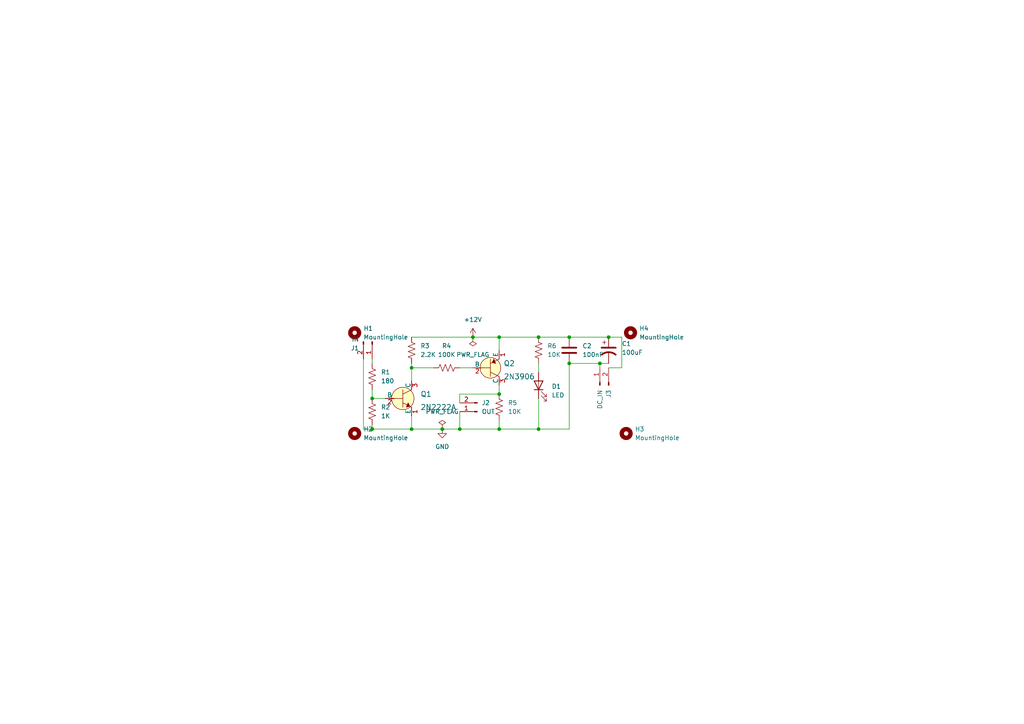
<source format=kicad_sch>
(kicad_sch (version 20211123) (generator eeschema)
  (paper "A4")
  (title_block (title "LEVELSHIFTER_ASSIGNMENT") (date "2022-03-27") (rev "0.1"))
  (lib_symbols
    (symbol "Connector:Conn_01x02_Male" (pin_names (offset 1.016) hide)
      (property "Reference" "J" (at 0 2.54 0))
      (property "Value" "Conn_01x02_Male" (at 0 -5.08 0))
      (symbol "Conn_01x02_Male_1_1"
        (polyline (pts (xy 1.27 -2.54) (xy 0.8636 -2.54)) (stroke (width 0.1524)))
        (polyline (pts (xy 1.27 0) (xy 0.8636 0)) (stroke (width 0.1524)))
        (rectangle (start 0.8636 -2.413) (end 0 -2.667) (stroke (width 0.1524)) (fill (type outline)))
        (rectangle (start 0.8636 0.127) (end 0 -0.127) (stroke (width 0.1524)) (fill (type outline)))
        (pin passive line (at 5.08 0 180) (length 3.81) (name "Pin_1") (number "1"))
        (pin passive line (at 5.08 -2.54 180) (length 3.81) (name "Pin_2") (number "2"))
      )
    )
    (symbol "Device:C" (pin_numbers hide) (pin_names (offset 0.254))
      (property "Reference" "C" (at 0.635 2.54 0))
      (property "Value" "C" (at 0.635 -2.54 0))
      (symbol "C_0_1"
        (polyline (pts (xy -2.032 -0.762) (xy 2.032 -0.762)) (stroke (width 0.508)))
        (polyline (pts (xy -2.032 0.762) (xy 2.032 0.762)) (stroke (width 0.508)))
      )
      (symbol "C_1_1"
        (pin passive line (at 0 3.81 270) (length 2.794) (name "~") (number "1"))
        (pin passive line (at 0 -3.81 90) (length 2.794) (name "~") (number "2"))
      )
    )
    (symbol "Device:C_Polarized_US" (pin_numbers hide) (pin_names (offset 0.254) hide)
      (property "Reference" "C" (at 0.635 2.54 0))
      (property "Value" "C_Polarized_US" (at 0.635 -2.54 0))
      (symbol "C_Polarized_US_0_1"
        (polyline (pts (xy -2.032 0.762) (xy 2.032 0.762)) (stroke (width 0.508)))
        (polyline (pts (xy -1.778 2.286) (xy -0.762 2.286)))
        (polyline (pts (xy -1.27 1.778) (xy -1.27 2.794)))
        (arc (start 2.032 -1.27) (mid 0 -0.5572) (end -2.032 -1.27) (stroke (width 0.508)))
      )
      (symbol "C_Polarized_US_1_1"
        (pin passive line (at 0 3.81 270) (length 2.794) (name "~") (number "1"))
        (pin passive line (at 0 -3.81 90) (length 3.302) (name "~") (number "2"))
      )
    )
    (symbol "Device:LED" (pin_numbers hide) (pin_names (offset 1.016) hide)
      (property "Reference" "D" (at 0 2.54 0))
      (property "Value" "LED" (at 0 -2.54 0))
      (symbol "LED_0_1"
        (polyline (pts (xy -1.27 -1.27) (xy -1.27 1.27)) (stroke (width 0.254)))
        (polyline (pts (xy -1.27 0) (xy 1.27 0)))
        (polyline (pts (xy 1.27 -1.27) (xy 1.27 1.27) (xy -1.27 0) (xy 1.27 -1.27)) (stroke (width 0.254)))
        (polyline (pts (xy -3.048 -0.762) (xy -4.572 -2.286) (xy -3.81 -2.286) (xy -4.572 -2.286) (xy -4.572 -1.524)))
        (polyline (pts (xy -1.778 -0.762) (xy -3.302 -2.286) (xy -2.54 -2.286) (xy -3.302 -2.286) (xy -3.302 -1.524)))
      )
      (symbol "LED_1_1"
        (pin passive line (at -3.81 0 0) (length 2.54) (name "K") (number "1"))
        (pin passive line (at 3.81 0 180) (length 2.54) (name "A") (number "2"))
      )
    )
    (symbol "Device:R_US" (pin_numbers hide) (pin_names (offset 0))
      (property "Reference" "R" (at 2.54 0 90))
      (property "Value" "R_US" (at -2.54 0 90))
      (symbol "R_US_0_1"
        (polyline (pts (xy 0 -2.286) (xy 0 -2.54)))
        (polyline (pts (xy 0 2.286) (xy 0 2.54)))
        (polyline (pts (xy 0 -0.762) (xy 1.016 -1.143) (xy 0 -1.524) (xy -1.016 -1.905) (xy 0 -2.286)))
        (polyline (pts (xy 0 0.762) (xy 1.016 0.381) (xy 0 0) (xy -1.016 -0.381) (xy 0 -0.762)))
        (polyline (pts (xy 0 2.286) (xy 1.016 1.905) (xy 0 1.524) (xy -1.016 1.143) (xy 0 0.762)))
      )
      (symbol "R_US_1_1"
        (pin passive line (at 0 3.81 270) (length 1.27) (name "~") (number "1"))
        (pin passive line (at 0 -3.81 90) (length 1.27) (name "~") (number "2"))
      )
    )
    (symbol "Mechanical:MountingHole" (pin_names (offset 1.016))
      (property "Reference" "H" (at 0 5.08 0))
      (property "Value" "MountingHole" (at 0 3.175 0))
      (symbol "MountingHole_0_1"
        (circle (center 0 0) (radius 1.27) (stroke (width 1.27)))
      )
    )
    (symbol "dk_Transistors-Bipolar-BJT-Single:2N2222A" (pin_names (offset 0))
      (property "Reference" "Q" (at -3.2004 4.2164 0))
      (property "Value" "2N2222A" (at 5.2324 0 90))
      (symbol "2N2222A_0_1"
        (polyline (pts (xy -3.81 0) (xy -2.54 0)))
        (polyline (pts (xy -3.556 0) (xy 0 0)))
        (polyline (pts (xy 0 -1.27) (xy 2.54 -2.54)))
        (polyline (pts (xy 0 1.27) (xy 2.54 2.54)))
        (polyline (pts (xy 0 2.54) (xy 0 -2.54)))
        (polyline (pts (xy 1.524 -1.27) (xy 2.032 -2.286) (xy 1.016 -2.54) (xy 1.524 -1.27)) (fill (type outline)))
        (circle (center 0 0) (radius 3.2512) (fill (type background)))
      )
      (symbol "2N2222A_1_1"
        (pin passive line (at 2.54 -5.08 90) (length 2.54) (name "E") (number "1"))
        (pin input line (at -5.08 0 0) (length 2.54) (name "B") (number "2"))
        (pin passive line (at 2.54 5.08 270) (length 2.54) (name "C") (number "3"))
      )
    )
    (symbol "dk_Transistors-Bipolar-BJT-Single:2N3906" (pin_names (offset 0))
      (property "Reference" "Q" (at -2.3876 3.9116 0))
      (property "Value" "2N3906" (at 5.08 0 90))
      (symbol "2N3906_0_1"
        (polyline (pts (xy -3.81 0) (xy -2.54 0)))
        (polyline (pts (xy -3.556 0) (xy 0 0)))
        (polyline (pts (xy 0 -1.27) (xy 2.54 -2.54)))
        (polyline (pts (xy 0 1.27) (xy 2.54 2.54)))
        (polyline (pts (xy 0 2.54) (xy 0 -2.54)))
        (polyline (pts (xy 1.016 2.54) (xy 0.508 1.524) (xy 1.524 1.27) (xy 1.016 2.54)) (fill (type outline)))
        (circle (center 0 0) (radius 2.9972) (fill (type background)))
      )
      (symbol "2N3906_1_1"
        (pin passive line (at 2.54 5.08 270) (length 2.54) (name "E") (number "1"))
        (pin input line (at -5.08 0 0) (length 2.54) (name "B") (number "2"))
        (pin passive line (at 2.54 -5.08 90) (length 2.54) (name "C") (number "3"))
      )
    )
    (symbol "power:+12V" (power) (pin_names (offset 0))
      (property "Value" "+12V" (at 0 3.556 0))
      (symbol "+12V_0_1"
        (polyline (pts (xy -0.762 1.27) (xy 0 2.54)))
        (polyline (pts (xy 0 0) (xy 0 2.54)))
        (polyline (pts (xy 0 2.54) (xy 0.762 1.27)))
      )
      (symbol "+12V_1_1"
        (pin power_in line (at 0 0 90) (length 0) hide (name "+12V") (number "1"))
      )
    )
    (symbol "power:GND" (power) (pin_names (offset 0))
      (property "Value" "GND" (at 0 -3.81 0))
      (symbol "GND_0_1"
        (polyline (pts (xy 0 0) (xy 0 -1.27) (xy 1.27 -1.27) (xy 0 -2.54) (xy -1.27 -1.27) (xy 0 -1.27)))
      )
      (symbol "GND_1_1"
        (pin power_in line (at 0 0 270) (length 0) hide (name "GND") (number "1"))
      )
    )
    (symbol "power:PWR_FLAG" (power) (pin_numbers hide) (pin_names (offset 0) hide)
      (property "Value" "PWR_FLAG" (at 0 3.81 0))
      (symbol "PWR_FLAG_0_0"
        (pin power_out line (at 0 0 90) (length 0) (name "pwr") (number "1"))
      )
      (symbol "PWR_FLAG_0_1"
        (polyline (pts (xy 0 0) (xy 0 1.27) (xy -1.016 1.905) (xy 0 2.54) (xy 1.016 1.905) (xy 0 1.27)))
      )
    )
  )
  (junction (at 156.21 97.79))
  (junction (at 156.21 124.46))
  (junction (at 144.78 97.79))
  (junction (at 107.95 124.46))
  (junction (at 144.78 114.3))
  (junction (at 144.78 124.46))
  (junction (at 128.27 124.46))
  (junction (at 165.1 105.41))
  (junction (at 137.16 97.79))
  (junction (at 165.1 97.79))
  (junction (at 173.99 105.41))
  (junction (at 176.53 97.79))
  (junction (at 119.38 124.46))
  (junction (at 119.38 106.68))
  (junction (at 133.35 124.46))
  (junction (at 107.95 115.57))
  (wire (pts (xy 133.35 124.46) (xy 144.78 124.46)))
  (wire (pts (xy 128.27 124.46) (xy 133.35 124.46)))
  (wire (pts (xy 119.38 106.68) (xy 119.38 105.41)))
  (wire (pts (xy 119.38 97.79) (xy 137.16 97.79)))
  (wire (pts (xy 107.95 104.14) (xy 107.95 105.41)))
  (wire (pts (xy 173.99 105.41) (xy 173.99 106.68)))
  (wire (pts (xy 165.1 124.46) (xy 165.1 105.41)))
  (wire (pts (xy 156.21 115.57) (xy 156.21 124.46)))
  (wire (pts (xy 107.95 123.19) (xy 107.95 124.46)))
  (wire (pts (xy 133.35 106.68) (xy 137.16 106.68)))
  (wire (pts (xy 119.38 106.68) (xy 119.38 110.49)))
  (wire (pts (xy 107.95 113.03) (xy 107.95 115.57)))
  (wire (pts (xy 156.21 124.46) (xy 165.1 124.46)))
  (wire (pts (xy 176.53 106.68) (xy 180.34 106.68)))
  (wire (pts (xy 165.1 105.41) (xy 173.99 105.41)))
  (wire (pts (xy 125.73 106.68) (xy 119.38 106.68)))
  (wire (pts (xy 133.35 119.38) (xy 133.35 124.46)))
  (wire (pts (xy 119.38 120.65) (xy 119.38 124.46)))
  (wire (pts (xy 119.38 124.46) (xy 128.27 124.46)))
  (wire (pts (xy 144.78 97.79) (xy 144.78 101.6)))
  (wire (pts (xy 165.1 97.79) (xy 176.53 97.79)))
  (wire (pts (xy 137.16 97.79) (xy 144.78 97.79)))
  (wire (pts (xy 156.21 105.41) (xy 156.21 107.95)))
  (wire (pts (xy 107.95 115.57) (xy 111.76 115.57)))
  (wire (pts (xy 173.99 105.41) (xy 176.53 105.41)))
  (wire (pts (xy 105.41 104.14) (xy 105.41 124.46)))
  (wire (pts (xy 105.41 124.46) (xy 107.95 124.46)))
  (wire (pts (xy 144.78 124.46) (xy 144.78 121.92)))
  (wire (pts (xy 180.34 97.79) (xy 176.53 97.79)))
  (wire (pts (xy 144.78 97.79) (xy 156.21 97.79)))
  (wire (pts (xy 156.21 97.79) (xy 165.1 97.79)))
  (wire (pts (xy 156.21 124.46) (xy 144.78 124.46)))
  (wire (pts (xy 133.35 116.84) (xy 133.35 114.3)))
  (wire (pts (xy 144.78 111.76) (xy 144.78 114.3)))
  (wire (pts (xy 133.35 114.3) (xy 144.78 114.3)))
  (wire (pts (xy 180.34 106.68) (xy 180.34 97.79)))
  (wire (pts (xy 107.95 124.46) (xy 119.38 124.46)))
  (symbol (lib_id "Device:R_US") (at 129.54 106.68 90) (unit 1)
    (property "Reference" "R4" (at 129.54 100.33 90))
    (property "Value" "100K" (at 129.54 102.87 90))
    (property "Footprint" "Resistor_THT:R_Axial_DIN0207_L6.3mm_D2.5mm_P7.62mm_Horizontal" (effects hide))
  )
  (symbol (lib_id "Device:R_US") (at 156.21 101.6 0) (unit 1)
    (property "Reference" "R6" (at 158.75 100.3299 0) (effects (justify left)))
    (property "Value" "10K" (at 158.75 102.8699 0) (effects (justify left)))
    (property "Footprint" "Resistor_THT:R_Axial_DIN0207_L6.3mm_D2.5mm_P7.62mm_Horizontal" (effects hide))
  )
  (symbol (lib_id "power:+12V") (at 137.16 97.79 0) (unit 1)
    (property "Reference" "#PWR0101" (effects hide))
    (property "Value" "+12V" (at 137.16 92.71 0))
  )
  (symbol (lib_id "Connector:Conn_01x02_Male") (at 107.95 99.06 270) (unit 1)
    (property "Reference" "J1" (at 104.14 100.9651 90) (effects (justify right)))
    (property "Value" "IN" (at 104.14 98.4251 90) (effects (justify right)))
    (property "Footprint" "Connector_Molex:Molex_KK-254_AE-6410-02A_1x02_P2.54mm_Vertical" (effects hide))
  )
  (symbol (lib_id "power:GND") (at 128.27 124.46 0) (unit 1)
    (property "Reference" "#PWR0104" (effects hide))
    (property "Value" "GND" (at 128.27 129.54 0))
  )
  (symbol (lib_id "power:PWR_FLAG") (at 128.27 124.46 0) (unit 1)
    (property "Reference" "#FLG0101" (effects hide))
    (property "Value" "PWR_FLAG" (at 128.27 119.38 0))
  )
  (symbol (lib_id "dk_Transistors-Bipolar-BJT-Single:2N3906") (at 142.24 106.68 0) (unit 1)
    (property "Reference" "Q2" (at 146.05 105.41 0) (effects (font (size 1.524 1.524)) (justify left)))
    (property "Value" "2N3906" (at 146.05 109.22 0) (effects (font (size 1.524 1.524)) (justify left)))
    (property "Footprint" "digikey-footprints:TO-92-3" (effects hide))
    (property "Datasheet" "https://my.centralsemi.com/get_document.php?cmp=1&mergetype=pd&mergepath=pd&pdf_id=LSSGP072.PDF" (effects hide))
    (property "Digi-Key_PN" "2N3906CS-ND" (effects hide))
    (property "MPN" "2N3906" (effects hide))
    (property "Category" "Discrete Semiconductor Products" (effects hide))
    (property "Family" "Transistors - Bipolar (BJT) - Single" (effects hide))
    (property "DK_Datasheet_Link" "https://my.centralsemi.com/get_document.php?cmp=1&mergetype=pd&mergepath=pd&pdf_id=LSSGP072.PDF" (effects hide))
    (property "DK_Detail_Page" "/product-detail/en/central-semiconductor-corp/2N3906/2N3906CS-ND/4806878" (effects hide))
    (property "Description" "TRANS PNP 40V TO-92" (effects hide))
    (property "Manufacturer" "Central Semiconductor Corp" (effects hide))
    (property "Status" "Active" (effects hide))
  )
  (symbol (lib_id "Device:R_US") (at 119.38 101.6 0) (unit 1)
    (property "Reference" "R3" (at 121.92 100.3299 0) (effects (justify left)))
    (property "Value" "2.2K" (at 121.92 102.8699 0) (effects (justify left)))
    (property "Footprint" "Resistor_THT:R_Axial_DIN0207_L6.3mm_D2.5mm_P7.62mm_Horizontal" (effects hide))
  )
  (symbol (lib_id "power:PWR_FLAG") (at 137.16 97.79 180) (unit 1)
    (property "Reference" "#FLG0102" (effects hide))
    (property "Value" "PWR_FLAG" (at 137.16 102.87 0))
  )
  (symbol (lib_id "Device:R_US") (at 107.95 119.38 0) (unit 1)
    (property "Reference" "R2" (at 110.49 118.1099 0) (effects (justify left)))
    (property "Value" "1K" (at 110.49 120.6499 0) (effects (justify left)))
    (property "Footprint" "Resistor_THT:R_Axial_DIN0207_L6.3mm_D2.5mm_P7.62mm_Horizontal" (effects hide))
  )
  (symbol (lib_id "Device:C") (at 165.1 101.6 0) (unit 1)
    (property "Reference" "C2" (at 168.91 100.3299 0) (effects (justify left)))
    (property "Value" "100nF" (at 168.91 102.8699 0) (effects (justify left)))
    (property "Footprint" "Capacitor_THT:C_Rect_L7.0mm_W2.5mm_P5.00mm" (effects hide))
  )
  (symbol (lib_id "Mechanical:MountingHole") (at 102.87 125.73 0) (unit 1)
    (property "Reference" "H2" (at 105.41 124.4599 0) (effects (justify left)))
    (property "Value" "MountingHole" (at 105.41 126.9999 0) (effects (justify left)))
    (property "Footprint" "MountingHole:MountingHole_3.2mm_M3" (effects hide))
  )
  (symbol (lib_id "Device:R_US") (at 107.95 109.22 180) (unit 1)
    (property "Reference" "R1" (at 110.49 107.9499 0) (effects (justify right)))
    (property "Value" "180" (at 110.49 110.4899 0) (effects (justify right)))
    (property "Footprint" "Resistor_THT:R_Axial_DIN0207_L6.3mm_D2.5mm_P7.62mm_Horizontal" (effects hide))
  )
  (symbol (lib_id "Device:R_US") (at 144.78 118.11 0) (unit 1)
    (property "Reference" "R5" (at 147.32 116.8399 0) (effects (justify left)))
    (property "Value" "10K" (at 147.32 119.3799 0) (effects (justify left)))
    (property "Footprint" "Resistor_THT:R_Axial_DIN0207_L6.3mm_D2.5mm_P7.62mm_Horizontal" (effects hide))
  )
  (symbol (lib_id "Device:LED") (at 156.21 111.76 90) (unit 1)
    (property "Reference" "D1" (at 160.02 112.0774 90) (effects (justify right)))
    (property "Value" "LED" (at 160.02 114.6174 90) (effects (justify right)))
    (property "Footprint" "LED_THT:LED_D3.0mm" (effects hide))
  )
  (symbol (lib_id "Connector:Conn_01x02_Male") (at 138.43 119.38 180) (unit 1)
    (property "Reference" "J2" (at 139.7 116.8399 0) (effects (justify right)))
    (property "Value" "OUT" (at 139.7 119.3799 0) (effects (justify right)))
    (property "Footprint" "Connector_Molex:Molex_KK-254_AE-6410-02A_1x02_P2.54mm_Vertical" (effects hide))
  )
  (symbol (lib_id "dk_Transistors-Bipolar-BJT-Single:2N2222A") (at 116.84 115.57 0) (unit 1)
    (property "Reference" "Q1" (at 121.92 114.3 0) (effects (font (size 1.524 1.524)) (justify left)))
    (property "Value" "2N2222A" (at 121.92 118.11 0) (effects (font (size 1.524 1.524)) (justify left)))
    (property "Footprint" "digikey-footprints:TO-18-3" (effects hide))
    (property "Datasheet" "https://my.centralsemi.com/get_document.php?cmp=1&mergetype=pd&mergepath=pd&pdf_id=2N2221A.PDF" (effects hide))
    (property "Digi-Key_PN" "2N2222ACS-ND" (effects hide))
    (property "MPN" "2N2222A" (effects hide))
    (property "Category" "Discrete Semiconductor Products" (effects hide))
    (property "Family" "Transistors - Bipolar (BJT) - Single" (effects hide))
    (property "DK_Datasheet_Link" "https://my.centralsemi.com/get_document.php?cmp=1&mergetype=pd&mergepath=pd&pdf_id=2N2221A.PDF" (effects hide))
    (property "DK_Detail_Page" "/product-detail/en/central-semiconductor-corp/2N2222A/2N2222ACS-ND/4806845" (effects hide))
    (property "Description" "TRANS NPN 40V 0.8A TO-18" (effects hide))
    (property "Manufacturer" "Central Semiconductor Corp" (effects hide))
    (property "Status" "Active" (effects hide))
  )
  (symbol (lib_id "Mechanical:MountingHole") (at 102.87 96.52 0) (unit 1)
    (property "Reference" "H1" (at 105.41 95.2499 0) (effects (justify left)))
    (property "Value" "MountingHole" (at 105.41 97.7899 0) (effects (justify left)))
    (property "Footprint" "MountingHole:MountingHole_3.2mm_M3" (effects hide))
  )
  (symbol (lib_id "Connector:Conn_01x02_Male") (at 173.99 111.76 90) (unit 1)
    (property "Reference" "J3" (at 176.5301 113.03 0) (effects (justify right)))
    (property "Value" "DC_IN" (at 173.9901 113.03 0) (effects (justify right)))
    (property "Footprint" "Connector_Molex:Molex_KK-396_A-41791-0002_1x02_P3.96mm_Vertical" (effects hide))
  )
  (symbol (lib_id "Mechanical:MountingHole") (at 182.88 96.52 0) (unit 1)
    (property "Reference" "H4" (at 185.42 95.2499 0) (effects (justify left)))
    (property "Value" "MountingHole" (at 185.42 97.7899 0) (effects (justify left)))
    (property "Footprint" "MountingHole:MountingHole_3.2mm_M3" (effects hide))
  )
  (symbol (lib_id "Device:C_Polarized_US") (at 176.53 101.6 0) (unit 1)
    (property "Reference" "C1" (at 180.34 99.6949 0) (effects (justify left)))
    (property "Value" "100uF" (at 180.34 102.2349 0) (effects (justify left)))
    (property "Footprint" "Capacitor_THT:C_Rect_L7.0mm_W2.5mm_P5.00mm" (effects hide))
  )
  (symbol (lib_id "Mechanical:MountingHole") (at 181.61 125.73 0) (unit 1)
    (property "Reference" "H3" (at 184.15 124.4599 0) (effects (justify left)))
    (property "Value" "MountingHole" (at 184.15 126.9999 0) (effects (justify left)))
    (property "Footprint" "MountingHole:MountingHole_3.2mm_M3" (effects hide))
  )
)
</source>
